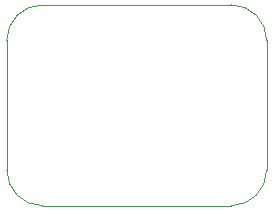
<source format=gm1>
%TF.GenerationSoftware,KiCad,Pcbnew,8.0.7*%
%TF.CreationDate,2026-01-14T12:01:29-08:00*%
%TF.ProjectId,3V3-500mA,3356332d-3530-4306-9d41-2e6b69636164,rev?*%
%TF.SameCoordinates,Original*%
%TF.FileFunction,Profile,NP*%
%FSLAX46Y46*%
G04 Gerber Fmt 4.6, Leading zero omitted, Abs format (unit mm)*
G04 Created by KiCad (PCBNEW 8.0.7) date 2026-01-14 12:01:29*
%MOMM*%
%LPD*%
G01*
G04 APERTURE LIST*
%TA.AperFunction,Profile*%
%ADD10C,0.050000*%
%TD*%
G04 APERTURE END LIST*
D10*
X197000000Y-95000000D02*
X197000000Y-84000000D01*
X216000000Y-98000000D02*
X200000000Y-98000000D01*
X219000000Y-84000000D02*
X219000000Y-95000000D01*
X216000000Y-81000000D02*
X200000000Y-81000000D01*
X197000000Y-84000000D02*
G75*
G02*
X200000000Y-81000000I3000000J0D01*
G01*
X200000000Y-98000000D02*
G75*
G02*
X197000000Y-95000000I0J3000000D01*
G01*
X219000000Y-95000000D02*
G75*
G02*
X216000000Y-98000000I-3000000J0D01*
G01*
X216000000Y-81000000D02*
G75*
G02*
X219000000Y-84000000I0J-3000000D01*
G01*
M02*

</source>
